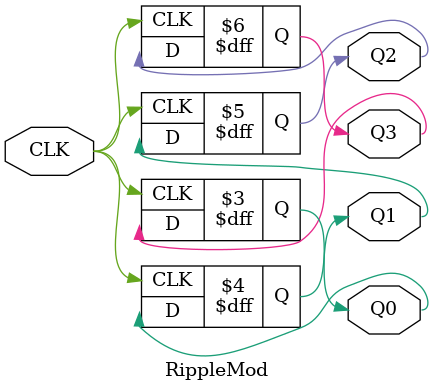
<source format=v>

module TestMod;
   reg CLK;
   wire Q0, Q1, Q2, Q3, C1, C0;

   always begin // this is clock wave
      CLK = 0;  // 0 for half cycle (#1)
      #1;
      CLK = 1;  // 1 for half cycle (#1)
      #1;
   end

   RippleMod my_ripple(CLK, Q0, Q1, Q2, Q3);
   CoderMod my_coder(Q0, Q1, Q2, Q3, C1, C0);

   initial #16 $finish;

   initial begin
      $display("Q0 Q1 Q2 Q3 C1 C0");
      $monitor("%b %b %b %b %b %b",Q0, Q1, Q2, Q3, C1, C0);
   end
endmodule

module CoderMod(Q0, Q1, Q2, Q3, C1, C0);
   input Q0, Q1, Q2, Q3;
   output C0, C1;
   or(C1, Q2, Q3);
   or(C0, Q1, Q3);
endmodule

module RippleMod(CLK, Q0, Q1, Q2, Q3);
   input CLK;
   output Q0, Q1, Q2, Q3;

   reg Q0, Q1, Q2, Q3;

   always @(posedge CLK) begin
      Q0 <= Q3;
      Q1 <= Q0;
      Q2 <= Q1;
      Q3 <= Q2;
   end

   initial begin // here we conveniently set flipflops to 1000 (binary)
      Q0 = 1;
      Q1 = 0;
      Q2 = 0;
      Q3 = 0;
   end
endmodule

</source>
